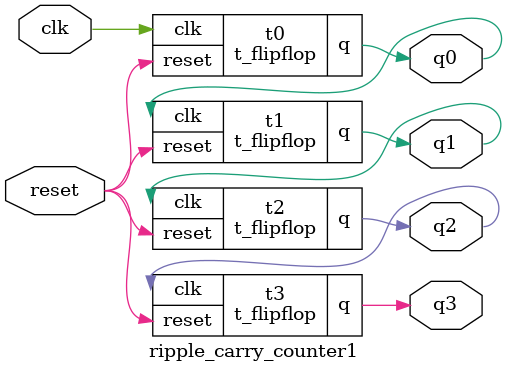
<source format=v>
module d_flipflop(output reg q, d, input clk, reset);
    always @(posedge reset or negedge clk)
    if (reset)
        q <= 1'b0;
    else
        q <= d;
endmodule

module t_flipflop(output q, input clk, reset);
    wire d;
    d_flipflop d0(q, d, clk, reset);
    not n1(d, q);
endmodule

module ripple_carry_counter(input clk, reset, output q0, q1, q2, q3);
    wire v0, v1, v2, v3;
    t_flipflop t0(v0, clk, reset);
    t_flipflop t1(v1, v0, reset);
    t_flipflop t2(v2, v1, reset);
    t_flipflop t3(v3, v2, reset);
    buf (q0, v0);
    buf (q1, v1);
    buf (q2, v2);
    buf (q3, v3);
endmodule

module ripple_carry_counter1(input clk, reset, output q0, q1, q2, q3);
    t_flipflop t0(q0, clk, reset);
    t_flipflop t1(q1, q0, reset);
    t_flipflop t2(q2, q1, reset);
    t_flipflop t3(q3, q2, reset);
endmodule



</source>
